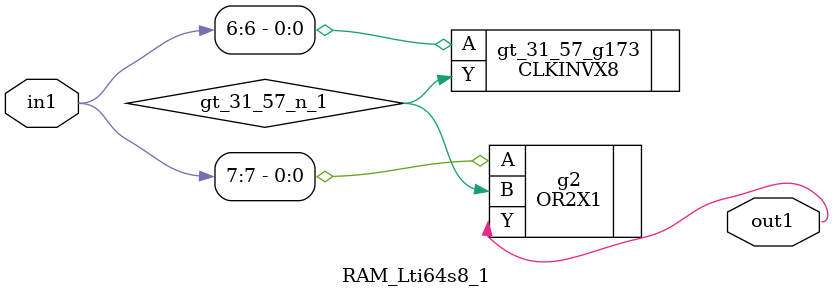
<source format=v>
`timescale 1ps / 1ps


module RAM_Lti64s8_1(in1, out1);
  input [7:0] in1;
  output out1;
  wire [7:0] in1;
  wire out1;
  wire gt_31_57_n_1;
  CLKINVX8 gt_31_57_g173(.A (in1[6]), .Y (gt_31_57_n_1));
  OR2X1 g2(.A (in1[7]), .B (gt_31_57_n_1), .Y (out1));
endmodule



</source>
